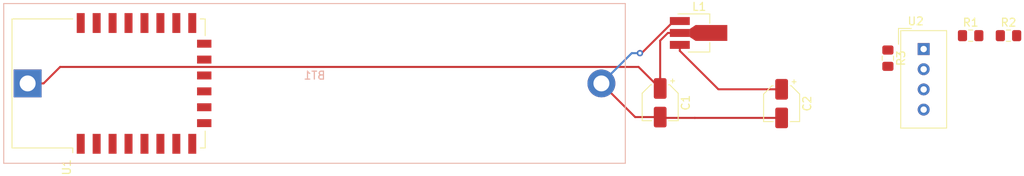
<source format=kicad_pcb>
(kicad_pcb (version 20171130) (host pcbnew 5.1.2-f72e74a~84~ubuntu18.10.1)

  (general
    (thickness 1.6)
    (drawings 0)
    (tracks 22)
    (zones 0)
    (modules 9)
    (nets 25)
  )

  (page A4)
  (layers
    (0 F.Cu signal)
    (31 B.Cu signal)
    (32 B.Adhes user)
    (33 F.Adhes user)
    (34 B.Paste user)
    (35 F.Paste user)
    (36 B.SilkS user)
    (37 F.SilkS user)
    (38 B.Mask user)
    (39 F.Mask user)
    (40 Dwgs.User user)
    (41 Cmts.User user)
    (42 Eco1.User user)
    (43 Eco2.User user)
    (44 Edge.Cuts user)
    (45 Margin user)
    (46 B.CrtYd user)
    (47 F.CrtYd user)
    (48 B.Fab user)
    (49 F.Fab user)
  )

  (setup
    (last_trace_width 0.25)
    (trace_clearance 0.2)
    (zone_clearance 0.508)
    (zone_45_only no)
    (trace_min 0.2)
    (via_size 0.8)
    (via_drill 0.4)
    (via_min_size 0.4)
    (via_min_drill 0.3)
    (uvia_size 0.3)
    (uvia_drill 0.1)
    (uvias_allowed no)
    (uvia_min_size 0.2)
    (uvia_min_drill 0.1)
    (edge_width 0.05)
    (segment_width 0.2)
    (pcb_text_width 0.3)
    (pcb_text_size 1.5 1.5)
    (mod_edge_width 0.12)
    (mod_text_size 1 1)
    (mod_text_width 0.15)
    (pad_size 1.524 1.524)
    (pad_drill 0.762)
    (pad_to_mask_clearance 0.051)
    (solder_mask_min_width 0.25)
    (aux_axis_origin 0 0)
    (visible_elements FFFFFF7F)
    (pcbplotparams
      (layerselection 0x010fc_ffffffff)
      (usegerberextensions false)
      (usegerberattributes false)
      (usegerberadvancedattributes false)
      (creategerberjobfile false)
      (excludeedgelayer true)
      (linewidth 0.100000)
      (plotframeref false)
      (viasonmask false)
      (mode 1)
      (useauxorigin false)
      (hpglpennumber 1)
      (hpglpenspeed 20)
      (hpglpendiameter 15.000000)
      (psnegative false)
      (psa4output false)
      (plotreference true)
      (plotvalue true)
      (plotinvisibletext false)
      (padsonsilk false)
      (subtractmaskfromsilk false)
      (outputformat 1)
      (mirror false)
      (drillshape 1)
      (scaleselection 1)
      (outputdirectory ""))
  )

  (net 0 "")
  (net 1 GND)
  (net 2 +BATT)
  (net 3 VCC)
  (net 4 ADC)
  (net 5 DHT_Data)
  (net 6 "Net-(U1-Pad3)")
  (net 7 "Net-(U1-Pad1)")
  (net 8 "Net-(U1-Pad4)")
  (net 9 "Net-(U1-Pad5)")
  (net 10 "Net-(U1-Pad6)")
  (net 11 "Net-(U1-Pad7)")
  (net 12 "Net-(U1-Pad9)")
  (net 13 "Net-(U1-Pad10)")
  (net 14 "Net-(U1-Pad11)")
  (net 15 "Net-(U1-Pad12)")
  (net 16 "Net-(U1-Pad13)")
  (net 17 "Net-(U1-Pad14)")
  (net 18 "Net-(U1-Pad16)")
  (net 19 "Net-(U1-Pad17)")
  (net 20 "Net-(U1-Pad18)")
  (net 21 "Net-(U1-Pad19)")
  (net 22 "Net-(U1-Pad21)")
  (net 23 "Net-(U1-Pad22)")
  (net 24 "Net-(U2-Pad3)")

  (net_class Default "This is the default net class."
    (clearance 0.2)
    (trace_width 0.25)
    (via_dia 0.8)
    (via_drill 0.4)
    (uvia_dia 0.3)
    (uvia_drill 0.1)
    (add_net +BATT)
    (add_net ADC)
    (add_net DHT_Data)
    (add_net GND)
    (add_net "Net-(U1-Pad1)")
    (add_net "Net-(U1-Pad10)")
    (add_net "Net-(U1-Pad11)")
    (add_net "Net-(U1-Pad12)")
    (add_net "Net-(U1-Pad13)")
    (add_net "Net-(U1-Pad14)")
    (add_net "Net-(U1-Pad16)")
    (add_net "Net-(U1-Pad17)")
    (add_net "Net-(U1-Pad18)")
    (add_net "Net-(U1-Pad19)")
    (add_net "Net-(U1-Pad21)")
    (add_net "Net-(U1-Pad22)")
    (add_net "Net-(U1-Pad3)")
    (add_net "Net-(U1-Pad4)")
    (add_net "Net-(U1-Pad5)")
    (add_net "Net-(U1-Pad6)")
    (add_net "Net-(U1-Pad7)")
    (add_net "Net-(U1-Pad9)")
    (add_net "Net-(U2-Pad3)")
    (add_net VCC)
  )

  (module Package_TO_SOT_SMD:SOT-89-3_Handsoldering (layer F.Cu) (tedit 5A02FF57) (tstamp 5D2060C3)
    (at 161.29 90.17)
    (descr "SOT-89-3 Handsoldering")
    (tags "SOT-89-3 Handsoldering")
    (path /5D1FAF3E)
    (attr smd)
    (fp_text reference L1 (at 0.45 -3.3) (layer F.SilkS)
      (effects (font (size 1 1) (thickness 0.15)))
    )
    (fp_text value HT7333-A (at 0.5 3.15) (layer F.Fab)
      (effects (font (size 1 1) (thickness 0.15)))
    )
    (fp_text user %R (at 0.38 0 90) (layer F.Fab)
      (effects (font (size 0.6 0.6) (thickness 0.09)))
    )
    (fp_line (start -3.5 2.55) (end 4.25 2.55) (layer F.CrtYd) (width 0.05))
    (fp_line (start 4.25 2.55) (end 4.25 -2.55) (layer F.CrtYd) (width 0.05))
    (fp_line (start 4.25 -2.55) (end -3.5 -2.55) (layer F.CrtYd) (width 0.05))
    (fp_line (start -3.5 -2.55) (end -3.5 2.55) (layer F.CrtYd) (width 0.05))
    (fp_line (start 1.78 1.2) (end 1.78 2.4) (layer F.SilkS) (width 0.12))
    (fp_line (start 1.78 2.4) (end -0.92 2.4) (layer F.SilkS) (width 0.12))
    (fp_line (start -2.22 -2.4) (end 1.78 -2.4) (layer F.SilkS) (width 0.12))
    (fp_line (start 1.78 -2.4) (end 1.78 -1.2) (layer F.SilkS) (width 0.12))
    (fp_line (start -0.92 -1.51) (end -0.13 -2.3) (layer F.Fab) (width 0.1))
    (fp_line (start 1.68 -2.3) (end 1.68 2.3) (layer F.Fab) (width 0.1))
    (fp_line (start 1.68 2.3) (end -0.92 2.3) (layer F.Fab) (width 0.1))
    (fp_line (start -0.92 2.3) (end -0.92 -1.51) (layer F.Fab) (width 0.1))
    (fp_line (start -0.13 -2.3) (end 1.68 -2.3) (layer F.Fab) (width 0.1))
    (pad 1 smd rect (at -1.98 -1.5 270) (size 1 2.5) (layers F.Cu F.Paste F.Mask)
      (net 1 GND))
    (pad 2 smd rect (at -1.98 0 270) (size 1 2.5) (layers F.Cu F.Paste F.Mask)
      (net 2 +BATT))
    (pad 3 smd rect (at -1.98 1.5 270) (size 1 2.5) (layers F.Cu F.Paste F.Mask)
      (net 3 VCC))
    (pad 2 smd rect (at 1.98 0 270) (size 2 4) (layers F.Cu F.Paste F.Mask)
      (net 2 +BATT))
    (pad 2 smd trapezoid (at -0.37 0 90) (size 1.5 0.75) (rect_delta 0 0.5 ) (layers F.Cu F.Paste F.Mask)
      (net 2 +BATT))
    (model ${KISYS3DMOD}/Package_TO_SOT_SMD.3dshapes/SOT-89-3.wrl
      (at (xyz 0 0 0))
      (scale (xyz 1 1 1))
      (rotate (xyz 0 0 0))
    )
  )

  (module Battery:BatteryHolder_MPD_BH-18650-PC2 (layer B.Cu) (tedit 5C1007C1) (tstamp 5D1FFA0B)
    (at 77.47 96.52)
    (descr "18650 Battery Holder (http://www.memoryprotectiondevices.com/datasheets/BK-18650-PC2-datasheet.pdf)")
    (tags "18650 Battery Holder")
    (path /5D1FA78C)
    (fp_text reference BT1 (at 36 -1) (layer B.SilkS)
      (effects (font (size 1 1) (thickness 0.15)) (justify mirror))
    )
    (fp_text value Battery_Cell (at 36 0.8) (layer B.Fab)
      (effects (font (size 1 1) (thickness 0.15)) (justify mirror))
    )
    (fp_line (start -3 -10.05) (end -3 10.05) (layer B.SilkS) (width 0.12))
    (fp_line (start 75 -10.05) (end -3 -10.05) (layer B.SilkS) (width 0.12))
    (fp_line (start 75 10.05) (end 75 -10.05) (layer B.SilkS) (width 0.12))
    (fp_line (start -3 10.05) (end 75 10.05) (layer B.SilkS) (width 0.12))
    (fp_line (start -2.8 -9.85) (end -2.8 9.85) (layer B.Fab) (width 0.1))
    (fp_line (start 74.8 -9.85) (end -2.8 -9.85) (layer B.Fab) (width 0.1))
    (fp_line (start 74.8 9.85) (end 74.8 -9.85) (layer B.Fab) (width 0.1))
    (fp_line (start -2.8 9.85) (end 74.8 9.85) (layer B.Fab) (width 0.1))
    (fp_line (start -3.2 -10.25) (end -3.2 10.25) (layer B.CrtYd) (width 0.05))
    (fp_line (start 75.2 -10.25) (end -3.2 -10.25) (layer B.CrtYd) (width 0.05))
    (fp_line (start 75.2 10.25) (end 75.2 -10.25) (layer B.CrtYd) (width 0.05))
    (fp_line (start -3.2 10.25) (end 75.2 10.25) (layer B.CrtYd) (width 0.05))
    (fp_text user %R (at 36 2.4) (layer B.Fab)
      (effects (font (size 1 1) (thickness 0.15)) (justify mirror))
    )
    (pad 2 thru_hole circle (at 72 0) (size 3.5 3.5) (drill 2) (layers *.Cu *.Mask)
      (net 1 GND))
    (pad 1 thru_hole rect (at 0 0) (size 3.5 3.5) (drill 2) (layers *.Cu *.Mask)
      (net 2 +BATT))
    (pad "" np_thru_hole circle (at 8.645 0) (size 3.2 3.2) (drill 3.2) (layers *.Cu *.Mask))
    (pad "" np_thru_hole circle (at 64.255 0) (size 3.2 3.2) (drill 3.2) (layers *.Cu *.Mask))
    (model ${KISYS3DMOD}/Battery.3dshapes/BatteryHolder_MPD_BH-18650-PC2.wrl
      (at (xyz 0 0 0))
      (scale (xyz 1 1 1))
      (rotate (xyz 0 0 0))
    )
  )

  (module Capacitor_SMD:CP_Elec_4x5.8 (layer F.Cu) (tedit 5BCA39CF) (tstamp 5D20064D)
    (at 156.845 98.955 270)
    (descr "SMD capacitor, aluminum electrolytic, Panasonic, 4.0x5.8mm")
    (tags "capacitor electrolytic")
    (path /5D1FC41A)
    (attr smd)
    (fp_text reference C1 (at 0 -3.2 90) (layer F.SilkS)
      (effects (font (size 1 1) (thickness 0.15)))
    )
    (fp_text value 10uF (at 0 3.2 90) (layer F.Fab)
      (effects (font (size 1 1) (thickness 0.15)))
    )
    (fp_circle (center 0 0) (end 2 0) (layer F.Fab) (width 0.1))
    (fp_line (start 2.15 -2.15) (end 2.15 2.15) (layer F.Fab) (width 0.1))
    (fp_line (start -1.15 -2.15) (end 2.15 -2.15) (layer F.Fab) (width 0.1))
    (fp_line (start -1.15 2.15) (end 2.15 2.15) (layer F.Fab) (width 0.1))
    (fp_line (start -2.15 -1.15) (end -2.15 1.15) (layer F.Fab) (width 0.1))
    (fp_line (start -2.15 -1.15) (end -1.15 -2.15) (layer F.Fab) (width 0.1))
    (fp_line (start -2.15 1.15) (end -1.15 2.15) (layer F.Fab) (width 0.1))
    (fp_line (start -1.574773 -1) (end -1.174773 -1) (layer F.Fab) (width 0.1))
    (fp_line (start -1.374773 -1.2) (end -1.374773 -0.8) (layer F.Fab) (width 0.1))
    (fp_line (start 2.26 2.26) (end 2.26 1.06) (layer F.SilkS) (width 0.12))
    (fp_line (start 2.26 -2.26) (end 2.26 -1.06) (layer F.SilkS) (width 0.12))
    (fp_line (start -1.195563 -2.26) (end 2.26 -2.26) (layer F.SilkS) (width 0.12))
    (fp_line (start -1.195563 2.26) (end 2.26 2.26) (layer F.SilkS) (width 0.12))
    (fp_line (start -2.26 1.195563) (end -2.26 1.06) (layer F.SilkS) (width 0.12))
    (fp_line (start -2.26 -1.195563) (end -2.26 -1.06) (layer F.SilkS) (width 0.12))
    (fp_line (start -2.26 -1.195563) (end -1.195563 -2.26) (layer F.SilkS) (width 0.12))
    (fp_line (start -2.26 1.195563) (end -1.195563 2.26) (layer F.SilkS) (width 0.12))
    (fp_line (start -3 -1.56) (end -2.5 -1.56) (layer F.SilkS) (width 0.12))
    (fp_line (start -2.75 -1.81) (end -2.75 -1.31) (layer F.SilkS) (width 0.12))
    (fp_line (start 2.4 -2.4) (end 2.4 -1.05) (layer F.CrtYd) (width 0.05))
    (fp_line (start 2.4 -1.05) (end 3.35 -1.05) (layer F.CrtYd) (width 0.05))
    (fp_line (start 3.35 -1.05) (end 3.35 1.05) (layer F.CrtYd) (width 0.05))
    (fp_line (start 3.35 1.05) (end 2.4 1.05) (layer F.CrtYd) (width 0.05))
    (fp_line (start 2.4 1.05) (end 2.4 2.4) (layer F.CrtYd) (width 0.05))
    (fp_line (start -1.25 2.4) (end 2.4 2.4) (layer F.CrtYd) (width 0.05))
    (fp_line (start -1.25 -2.4) (end 2.4 -2.4) (layer F.CrtYd) (width 0.05))
    (fp_line (start -2.4 1.25) (end -1.25 2.4) (layer F.CrtYd) (width 0.05))
    (fp_line (start -2.4 -1.25) (end -1.25 -2.4) (layer F.CrtYd) (width 0.05))
    (fp_line (start -2.4 -1.25) (end -2.4 -1.05) (layer F.CrtYd) (width 0.05))
    (fp_line (start -2.4 1.05) (end -2.4 1.25) (layer F.CrtYd) (width 0.05))
    (fp_line (start -2.4 -1.05) (end -3.35 -1.05) (layer F.CrtYd) (width 0.05))
    (fp_line (start -3.35 -1.05) (end -3.35 1.05) (layer F.CrtYd) (width 0.05))
    (fp_line (start -3.35 1.05) (end -2.4 1.05) (layer F.CrtYd) (width 0.05))
    (fp_text user %R (at 0 0 90) (layer F.Fab)
      (effects (font (size 0.8 0.8) (thickness 0.12)))
    )
    (pad 1 smd roundrect (at -1.8 0 270) (size 2.6 1.6) (layers F.Cu F.Paste F.Mask) (roundrect_rratio 0.15625)
      (net 2 +BATT))
    (pad 2 smd roundrect (at 1.8 0 270) (size 2.6 1.6) (layers F.Cu F.Paste F.Mask) (roundrect_rratio 0.15625)
      (net 1 GND))
    (model ${KISYS3DMOD}/Capacitor_SMD.3dshapes/CP_Elec_4x5.8.wrl
      (at (xyz 0 0 0))
      (scale (xyz 1 1 1))
      (rotate (xyz 0 0 0))
    )
  )

  (module Capacitor_SMD:CP_Elec_4x5.8 (layer F.Cu) (tedit 5BCA39CF) (tstamp 5D2001BF)
    (at 172.085 99.06 270)
    (descr "SMD capacitor, aluminum electrolytic, Panasonic, 4.0x5.8mm")
    (tags "capacitor electrolytic")
    (path /5D1FFE98)
    (attr smd)
    (fp_text reference C2 (at 0 -3.2 90) (layer F.SilkS)
      (effects (font (size 1 1) (thickness 0.15)))
    )
    (fp_text value 10uF (at 0 3.2 90) (layer F.Fab)
      (effects (font (size 1 1) (thickness 0.15)))
    )
    (fp_text user %R (at 0 0 90) (layer F.Fab)
      (effects (font (size 0.8 0.8) (thickness 0.12)))
    )
    (fp_line (start -3.35 1.05) (end -2.4 1.05) (layer F.CrtYd) (width 0.05))
    (fp_line (start -3.35 -1.05) (end -3.35 1.05) (layer F.CrtYd) (width 0.05))
    (fp_line (start -2.4 -1.05) (end -3.35 -1.05) (layer F.CrtYd) (width 0.05))
    (fp_line (start -2.4 1.05) (end -2.4 1.25) (layer F.CrtYd) (width 0.05))
    (fp_line (start -2.4 -1.25) (end -2.4 -1.05) (layer F.CrtYd) (width 0.05))
    (fp_line (start -2.4 -1.25) (end -1.25 -2.4) (layer F.CrtYd) (width 0.05))
    (fp_line (start -2.4 1.25) (end -1.25 2.4) (layer F.CrtYd) (width 0.05))
    (fp_line (start -1.25 -2.4) (end 2.4 -2.4) (layer F.CrtYd) (width 0.05))
    (fp_line (start -1.25 2.4) (end 2.4 2.4) (layer F.CrtYd) (width 0.05))
    (fp_line (start 2.4 1.05) (end 2.4 2.4) (layer F.CrtYd) (width 0.05))
    (fp_line (start 3.35 1.05) (end 2.4 1.05) (layer F.CrtYd) (width 0.05))
    (fp_line (start 3.35 -1.05) (end 3.35 1.05) (layer F.CrtYd) (width 0.05))
    (fp_line (start 2.4 -1.05) (end 3.35 -1.05) (layer F.CrtYd) (width 0.05))
    (fp_line (start 2.4 -2.4) (end 2.4 -1.05) (layer F.CrtYd) (width 0.05))
    (fp_line (start -2.75 -1.81) (end -2.75 -1.31) (layer F.SilkS) (width 0.12))
    (fp_line (start -3 -1.56) (end -2.5 -1.56) (layer F.SilkS) (width 0.12))
    (fp_line (start -2.26 1.195563) (end -1.195563 2.26) (layer F.SilkS) (width 0.12))
    (fp_line (start -2.26 -1.195563) (end -1.195563 -2.26) (layer F.SilkS) (width 0.12))
    (fp_line (start -2.26 -1.195563) (end -2.26 -1.06) (layer F.SilkS) (width 0.12))
    (fp_line (start -2.26 1.195563) (end -2.26 1.06) (layer F.SilkS) (width 0.12))
    (fp_line (start -1.195563 2.26) (end 2.26 2.26) (layer F.SilkS) (width 0.12))
    (fp_line (start -1.195563 -2.26) (end 2.26 -2.26) (layer F.SilkS) (width 0.12))
    (fp_line (start 2.26 -2.26) (end 2.26 -1.06) (layer F.SilkS) (width 0.12))
    (fp_line (start 2.26 2.26) (end 2.26 1.06) (layer F.SilkS) (width 0.12))
    (fp_line (start -1.374773 -1.2) (end -1.374773 -0.8) (layer F.Fab) (width 0.1))
    (fp_line (start -1.574773 -1) (end -1.174773 -1) (layer F.Fab) (width 0.1))
    (fp_line (start -2.15 1.15) (end -1.15 2.15) (layer F.Fab) (width 0.1))
    (fp_line (start -2.15 -1.15) (end -1.15 -2.15) (layer F.Fab) (width 0.1))
    (fp_line (start -2.15 -1.15) (end -2.15 1.15) (layer F.Fab) (width 0.1))
    (fp_line (start -1.15 2.15) (end 2.15 2.15) (layer F.Fab) (width 0.1))
    (fp_line (start -1.15 -2.15) (end 2.15 -2.15) (layer F.Fab) (width 0.1))
    (fp_line (start 2.15 -2.15) (end 2.15 2.15) (layer F.Fab) (width 0.1))
    (fp_circle (center 0 0) (end 2 0) (layer F.Fab) (width 0.1))
    (pad 2 smd roundrect (at 1.8 0 270) (size 2.6 1.6) (layers F.Cu F.Paste F.Mask) (roundrect_rratio 0.15625)
      (net 1 GND))
    (pad 1 smd roundrect (at -1.8 0 270) (size 2.6 1.6) (layers F.Cu F.Paste F.Mask) (roundrect_rratio 0.15625)
      (net 3 VCC))
    (model ${KISYS3DMOD}/Capacitor_SMD.3dshapes/CP_Elec_4x5.8.wrl
      (at (xyz 0 0 0))
      (scale (xyz 1 1 1))
      (rotate (xyz 0 0 0))
    )
  )

  (module Resistor_SMD:R_0805_2012Metric_Pad1.15x1.40mm_HandSolder (layer F.Cu) (tedit 5B36C52B) (tstamp 5D205C1E)
    (at 195.805001 90.510001)
    (descr "Resistor SMD 0805 (2012 Metric), square (rectangular) end terminal, IPC_7351 nominal with elongated pad for handsoldering. (Body size source: https://docs.google.com/spreadsheets/d/1BsfQQcO9C6DZCsRaXUlFlo91Tg2WpOkGARC1WS5S8t0/edit?usp=sharing), generated with kicad-footprint-generator")
    (tags "resistor handsolder")
    (path /5D205CD0)
    (attr smd)
    (fp_text reference R1 (at 0 -1.65) (layer F.SilkS)
      (effects (font (size 1 1) (thickness 0.15)))
    )
    (fp_text value 330k (at 0 1.65) (layer F.Fab)
      (effects (font (size 1 1) (thickness 0.15)))
    )
    (fp_line (start -1 0.6) (end -1 -0.6) (layer F.Fab) (width 0.1))
    (fp_line (start -1 -0.6) (end 1 -0.6) (layer F.Fab) (width 0.1))
    (fp_line (start 1 -0.6) (end 1 0.6) (layer F.Fab) (width 0.1))
    (fp_line (start 1 0.6) (end -1 0.6) (layer F.Fab) (width 0.1))
    (fp_line (start -0.261252 -0.71) (end 0.261252 -0.71) (layer F.SilkS) (width 0.12))
    (fp_line (start -0.261252 0.71) (end 0.261252 0.71) (layer F.SilkS) (width 0.12))
    (fp_line (start -1.85 0.95) (end -1.85 -0.95) (layer F.CrtYd) (width 0.05))
    (fp_line (start -1.85 -0.95) (end 1.85 -0.95) (layer F.CrtYd) (width 0.05))
    (fp_line (start 1.85 -0.95) (end 1.85 0.95) (layer F.CrtYd) (width 0.05))
    (fp_line (start 1.85 0.95) (end -1.85 0.95) (layer F.CrtYd) (width 0.05))
    (fp_text user %R (at 0 0) (layer F.Fab)
      (effects (font (size 0.5 0.5) (thickness 0.08)))
    )
    (pad 1 smd roundrect (at -1.025 0) (size 1.15 1.4) (layers F.Cu F.Paste F.Mask) (roundrect_rratio 0.217391)
      (net 2 +BATT))
    (pad 2 smd roundrect (at 1.025 0) (size 1.15 1.4) (layers F.Cu F.Paste F.Mask) (roundrect_rratio 0.217391)
      (net 4 ADC))
    (model ${KISYS3DMOD}/Resistor_SMD.3dshapes/R_0805_2012Metric.wrl
      (at (xyz 0 0 0))
      (scale (xyz 1 1 1))
      (rotate (xyz 0 0 0))
    )
  )

  (module Resistor_SMD:R_0805_2012Metric_Pad1.15x1.40mm_HandSolder (layer F.Cu) (tedit 5B36C52B) (tstamp 5D205C2F)
    (at 200.555001 90.510001)
    (descr "Resistor SMD 0805 (2012 Metric), square (rectangular) end terminal, IPC_7351 nominal with elongated pad for handsoldering. (Body size source: https://docs.google.com/spreadsheets/d/1BsfQQcO9C6DZCsRaXUlFlo91Tg2WpOkGARC1WS5S8t0/edit?usp=sharing), generated with kicad-footprint-generator")
    (tags "resistor handsolder")
    (path /5D206F7C)
    (attr smd)
    (fp_text reference R2 (at 0 -1.65) (layer F.SilkS)
      (effects (font (size 1 1) (thickness 0.15)))
    )
    (fp_text value 100k (at 0 1.65) (layer F.Fab)
      (effects (font (size 1 1) (thickness 0.15)))
    )
    (fp_text user %R (at 0 0) (layer F.Fab)
      (effects (font (size 0.5 0.5) (thickness 0.08)))
    )
    (fp_line (start 1.85 0.95) (end -1.85 0.95) (layer F.CrtYd) (width 0.05))
    (fp_line (start 1.85 -0.95) (end 1.85 0.95) (layer F.CrtYd) (width 0.05))
    (fp_line (start -1.85 -0.95) (end 1.85 -0.95) (layer F.CrtYd) (width 0.05))
    (fp_line (start -1.85 0.95) (end -1.85 -0.95) (layer F.CrtYd) (width 0.05))
    (fp_line (start -0.261252 0.71) (end 0.261252 0.71) (layer F.SilkS) (width 0.12))
    (fp_line (start -0.261252 -0.71) (end 0.261252 -0.71) (layer F.SilkS) (width 0.12))
    (fp_line (start 1 0.6) (end -1 0.6) (layer F.Fab) (width 0.1))
    (fp_line (start 1 -0.6) (end 1 0.6) (layer F.Fab) (width 0.1))
    (fp_line (start -1 -0.6) (end 1 -0.6) (layer F.Fab) (width 0.1))
    (fp_line (start -1 0.6) (end -1 -0.6) (layer F.Fab) (width 0.1))
    (pad 2 smd roundrect (at 1.025 0) (size 1.15 1.4) (layers F.Cu F.Paste F.Mask) (roundrect_rratio 0.217391)
      (net 1 GND))
    (pad 1 smd roundrect (at -1.025 0) (size 1.15 1.4) (layers F.Cu F.Paste F.Mask) (roundrect_rratio 0.217391)
      (net 4 ADC))
    (model ${KISYS3DMOD}/Resistor_SMD.3dshapes/R_0805_2012Metric.wrl
      (at (xyz 0 0 0))
      (scale (xyz 1 1 1))
      (rotate (xyz 0 0 0))
    )
  )

  (module Sensor:Aosong_DHT11_5.5x12.0_P2.54mm (layer F.Cu) (tedit 5C4B60CF) (tstamp 5D205C47)
    (at 189.910001 92.195001)
    (descr "Temperature and humidity module, http://akizukidenshi.com/download/ds/aosong/DHT11.pdf")
    (tags "Temperature and humidity module")
    (path /5D20988C)
    (fp_text reference U2 (at -1 -3.5) (layer F.SilkS)
      (effects (font (size 1 1) (thickness 0.15)))
    )
    (fp_text value DHT22 (at 0 11.3) (layer F.Fab)
      (effects (font (size 1 1) (thickness 0.15)))
    )
    (fp_line (start -1.75 -2.19) (end 2.75 -2.19) (layer F.Fab) (width 0.1))
    (fp_line (start 2.75 -2.19) (end 2.75 9.81) (layer F.Fab) (width 0.1))
    (fp_line (start 2.75 9.81) (end -2.75 9.81) (layer F.Fab) (width 0.1))
    (fp_line (start -2.75 -1.19) (end -2.75 9.81) (layer F.Fab) (width 0.1))
    (fp_line (start -2.87 -2.32) (end 2.87 -2.32) (layer F.SilkS) (width 0.12))
    (fp_line (start 2.88 -2.32) (end 2.88 9.94) (layer F.SilkS) (width 0.12))
    (fp_line (start 2.88 9.94) (end -2.88 9.94) (layer F.SilkS) (width 0.12))
    (fp_line (start -2.88 9.94) (end -2.88 -2.31) (layer F.SilkS) (width 0.12))
    (fp_text user %R (at 0 3.81) (layer F.Fab)
      (effects (font (size 1 1) (thickness 0.15)))
    )
    (fp_line (start -3 -2.44) (end 3 -2.44) (layer F.CrtYd) (width 0.05))
    (fp_line (start 3 -2.44) (end 3 10.06) (layer F.CrtYd) (width 0.05))
    (fp_line (start 3 10.06) (end -3 10.06) (layer F.CrtYd) (width 0.05))
    (fp_line (start -3 10.06) (end -3 -2.44) (layer F.CrtYd) (width 0.05))
    (fp_line (start -2.75 -1.19) (end -1.75 -2.19) (layer F.Fab) (width 0.1))
    (fp_line (start -3.16 -2.6) (end -3.16 -0.6) (layer F.SilkS) (width 0.12))
    (fp_line (start -3.16 -2.6) (end -1.55 -2.6) (layer F.SilkS) (width 0.12))
    (pad 1 thru_hole rect (at 0 0) (size 1.5 1.5) (drill 0.8) (layers *.Cu *.Mask)
      (net 3 VCC))
    (pad 2 thru_hole circle (at 0 2.54) (size 1.5 1.5) (drill 0.8) (layers *.Cu *.Mask)
      (net 5 DHT_Data))
    (pad 3 thru_hole circle (at 0 5.08) (size 1.5 1.5) (drill 0.8) (layers *.Cu *.Mask)
      (net 24 "Net-(U2-Pad3)"))
    (pad 4 thru_hole circle (at 0 7.62) (size 1.5 1.5) (drill 0.8) (layers *.Cu *.Mask)
      (net 1 GND))
    (model ${KISYS3DMOD}/Sensor.3dshapes/Aosong_DHT11_5.5x12.0_P2.54mm.wrl
      (at (xyz 0 0 0))
      (scale (xyz 1 1 1))
      (rotate (xyz 0 0 0))
    )
  )

  (module RF_Module:ESP-12E (layer F.Cu) (tedit 5A030172) (tstamp 5D205DAC)
    (at 87.63 96.52 90)
    (descr "Wi-Fi Module, http://wiki.ai-thinker.com/_media/esp8266/docs/aithinker_esp_12f_datasheet_en.pdf")
    (tags "Wi-Fi Module")
    (path /5D210A4B)
    (attr smd)
    (fp_text reference U1 (at -10.56 -5.26 90) (layer F.SilkS)
      (effects (font (size 1 1) (thickness 0.15)))
    )
    (fp_text value ESP-12E (at -0.06 -12.78 90) (layer F.Fab)
      (effects (font (size 1 1) (thickness 0.15)))
    )
    (fp_text user Antenna (at -0.06 -7 270) (layer Cmts.User)
      (effects (font (size 1 1) (thickness 0.15)))
    )
    (fp_text user "KEEP-OUT ZONE" (at 0.03 -9.55 270) (layer Cmts.User)
      (effects (font (size 1 1) (thickness 0.15)))
    )
    (fp_text user %R (at 0.49 -0.8 90) (layer F.Fab)
      (effects (font (size 1 1) (thickness 0.15)))
    )
    (fp_line (start -8 -12) (end 8 -12) (layer F.Fab) (width 0.12))
    (fp_line (start 8 -12) (end 8 12) (layer F.Fab) (width 0.12))
    (fp_line (start 8 12) (end -8 12) (layer F.Fab) (width 0.12))
    (fp_line (start -8 12) (end -8 -3) (layer F.Fab) (width 0.12))
    (fp_line (start -8 -3) (end -7.5 -3.5) (layer F.Fab) (width 0.12))
    (fp_line (start -7.5 -3.5) (end -8 -4) (layer F.Fab) (width 0.12))
    (fp_line (start -8 -4) (end -8 -12) (layer F.Fab) (width 0.12))
    (fp_line (start -9.05 -12.2) (end 9.05 -12.2) (layer F.CrtYd) (width 0.05))
    (fp_line (start 9.05 -12.2) (end 9.05 13.1) (layer F.CrtYd) (width 0.05))
    (fp_line (start 9.05 13.1) (end -9.05 13.1) (layer F.CrtYd) (width 0.05))
    (fp_line (start -9.05 13.1) (end -9.05 -12.2) (layer F.CrtYd) (width 0.05))
    (fp_line (start -8.12 -12.12) (end 8.12 -12.12) (layer F.SilkS) (width 0.12))
    (fp_line (start 8.12 -12.12) (end 8.12 -4.5) (layer F.SilkS) (width 0.12))
    (fp_line (start 8.12 11.5) (end 8.12 12.12) (layer F.SilkS) (width 0.12))
    (fp_line (start 8.12 12.12) (end 6 12.12) (layer F.SilkS) (width 0.12))
    (fp_line (start -6 12.12) (end -8.12 12.12) (layer F.SilkS) (width 0.12))
    (fp_line (start -8.12 12.12) (end -8.12 11.5) (layer F.SilkS) (width 0.12))
    (fp_line (start -8.12 -4.5) (end -8.12 -12.12) (layer F.SilkS) (width 0.12))
    (fp_line (start -8.12 -4.5) (end -8.73 -4.5) (layer F.SilkS) (width 0.12))
    (fp_line (start -8.12 -12.12) (end 8.12 -12.12) (layer Dwgs.User) (width 0.12))
    (fp_line (start 8.12 -12.12) (end 8.12 -4.8) (layer Dwgs.User) (width 0.12))
    (fp_line (start 8.12 -4.8) (end -8.12 -4.8) (layer Dwgs.User) (width 0.12))
    (fp_line (start -8.12 -4.8) (end -8.12 -12.12) (layer Dwgs.User) (width 0.12))
    (fp_line (start -8.12 -9.12) (end -5.12 -12.12) (layer Dwgs.User) (width 0.12))
    (fp_line (start -8.12 -6.12) (end -2.12 -12.12) (layer Dwgs.User) (width 0.12))
    (fp_line (start -6.44 -4.8) (end 0.88 -12.12) (layer Dwgs.User) (width 0.12))
    (fp_line (start -3.44 -4.8) (end 3.88 -12.12) (layer Dwgs.User) (width 0.12))
    (fp_line (start -0.44 -4.8) (end 6.88 -12.12) (layer Dwgs.User) (width 0.12))
    (fp_line (start 2.56 -4.8) (end 8.12 -10.36) (layer Dwgs.User) (width 0.12))
    (fp_line (start 5.56 -4.8) (end 8.12 -7.36) (layer Dwgs.User) (width 0.12))
    (pad 1 smd rect (at -7.6 -3.5 90) (size 2.5 1) (layers F.Cu F.Paste F.Mask)
      (net 7 "Net-(U1-Pad1)"))
    (pad 2 smd rect (at -7.6 -1.5 90) (size 2.5 1) (layers F.Cu F.Paste F.Mask)
      (net 4 ADC))
    (pad 3 smd rect (at -7.6 0.5 90) (size 2.5 1) (layers F.Cu F.Paste F.Mask)
      (net 6 "Net-(U1-Pad3)"))
    (pad 4 smd rect (at -7.6 2.5 90) (size 2.5 1) (layers F.Cu F.Paste F.Mask)
      (net 8 "Net-(U1-Pad4)"))
    (pad 5 smd rect (at -7.6 4.5 90) (size 2.5 1) (layers F.Cu F.Paste F.Mask)
      (net 9 "Net-(U1-Pad5)"))
    (pad 6 smd rect (at -7.6 6.5 90) (size 2.5 1) (layers F.Cu F.Paste F.Mask)
      (net 10 "Net-(U1-Pad6)"))
    (pad 7 smd rect (at -7.6 8.5 90) (size 2.5 1) (layers F.Cu F.Paste F.Mask)
      (net 11 "Net-(U1-Pad7)"))
    (pad 8 smd rect (at -7.6 10.5 90) (size 2.5 1) (layers F.Cu F.Paste F.Mask)
      (net 3 VCC))
    (pad 9 smd rect (at -5 12 90) (size 1 1.8) (layers F.Cu F.Paste F.Mask)
      (net 12 "Net-(U1-Pad9)"))
    (pad 10 smd rect (at -3 12 90) (size 1 1.8) (layers F.Cu F.Paste F.Mask)
      (net 13 "Net-(U1-Pad10)"))
    (pad 11 smd rect (at -1 12 90) (size 1 1.8) (layers F.Cu F.Paste F.Mask)
      (net 14 "Net-(U1-Pad11)"))
    (pad 12 smd rect (at 1 12 90) (size 1 1.8) (layers F.Cu F.Paste F.Mask)
      (net 15 "Net-(U1-Pad12)"))
    (pad 13 smd rect (at 3 12 90) (size 1 1.8) (layers F.Cu F.Paste F.Mask)
      (net 16 "Net-(U1-Pad13)"))
    (pad 14 smd rect (at 5 12 90) (size 1 1.8) (layers F.Cu F.Paste F.Mask)
      (net 17 "Net-(U1-Pad14)"))
    (pad 15 smd rect (at 7.6 10.5 90) (size 2.5 1) (layers F.Cu F.Paste F.Mask)
      (net 1 GND))
    (pad 16 smd rect (at 7.6 8.5 90) (size 2.5 1) (layers F.Cu F.Paste F.Mask)
      (net 18 "Net-(U1-Pad16)"))
    (pad 17 smd rect (at 7.6 6.5 90) (size 2.5 1) (layers F.Cu F.Paste F.Mask)
      (net 19 "Net-(U1-Pad17)"))
    (pad 18 smd rect (at 7.6 4.5 90) (size 2.5 1) (layers F.Cu F.Paste F.Mask)
      (net 20 "Net-(U1-Pad18)"))
    (pad 19 smd rect (at 7.6 2.5 90) (size 2.5 1) (layers F.Cu F.Paste F.Mask)
      (net 21 "Net-(U1-Pad19)"))
    (pad 20 smd rect (at 7.6 0.5 90) (size 2.5 1) (layers F.Cu F.Paste F.Mask)
      (net 5 DHT_Data))
    (pad 21 smd rect (at 7.6 -1.5 90) (size 2.5 1) (layers F.Cu F.Paste F.Mask)
      (net 22 "Net-(U1-Pad21)"))
    (pad 22 smd rect (at 7.6 -3.5 90) (size 2.5 1) (layers F.Cu F.Paste F.Mask)
      (net 23 "Net-(U1-Pad22)"))
    (model ${KISYS3DMOD}/RF_Module.3dshapes/ESP-12E.wrl
      (at (xyz 0 0 0))
      (scale (xyz 1 1 1))
      (rotate (xyz 0 0 0))
    )
  )

  (module Resistor_SMD:R_0805_2012Metric_Pad1.15x1.40mm_HandSolder (layer F.Cu) (tedit 5B36C52B) (tstamp 5D20614C)
    (at 185.42 93.345 270)
    (descr "Resistor SMD 0805 (2012 Metric), square (rectangular) end terminal, IPC_7351 nominal with elongated pad for handsoldering. (Body size source: https://docs.google.com/spreadsheets/d/1BsfQQcO9C6DZCsRaXUlFlo91Tg2WpOkGARC1WS5S8t0/edit?usp=sharing), generated with kicad-footprint-generator")
    (tags "resistor handsolder")
    (path /5D21D9BF)
    (attr smd)
    (fp_text reference R3 (at 0 -1.65 90) (layer F.SilkS)
      (effects (font (size 1 1) (thickness 0.15)))
    )
    (fp_text value 4k7 (at 0 1.65 90) (layer F.Fab)
      (effects (font (size 1 1) (thickness 0.15)))
    )
    (fp_line (start -1 0.6) (end -1 -0.6) (layer F.Fab) (width 0.1))
    (fp_line (start -1 -0.6) (end 1 -0.6) (layer F.Fab) (width 0.1))
    (fp_line (start 1 -0.6) (end 1 0.6) (layer F.Fab) (width 0.1))
    (fp_line (start 1 0.6) (end -1 0.6) (layer F.Fab) (width 0.1))
    (fp_line (start -0.261252 -0.71) (end 0.261252 -0.71) (layer F.SilkS) (width 0.12))
    (fp_line (start -0.261252 0.71) (end 0.261252 0.71) (layer F.SilkS) (width 0.12))
    (fp_line (start -1.85 0.95) (end -1.85 -0.95) (layer F.CrtYd) (width 0.05))
    (fp_line (start -1.85 -0.95) (end 1.85 -0.95) (layer F.CrtYd) (width 0.05))
    (fp_line (start 1.85 -0.95) (end 1.85 0.95) (layer F.CrtYd) (width 0.05))
    (fp_line (start 1.85 0.95) (end -1.85 0.95) (layer F.CrtYd) (width 0.05))
    (fp_text user %R (at 0 0 90) (layer F.Fab)
      (effects (font (size 0.5 0.5) (thickness 0.08)))
    )
    (pad 1 smd roundrect (at -1.025 0 270) (size 1.15 1.4) (layers F.Cu F.Paste F.Mask) (roundrect_rratio 0.217391)
      (net 3 VCC))
    (pad 2 smd roundrect (at 1.025 0 270) (size 1.15 1.4) (layers F.Cu F.Paste F.Mask) (roundrect_rratio 0.217391)
      (net 5 DHT_Data))
    (model ${KISYS3DMOD}/Resistor_SMD.3dshapes/R_0805_2012Metric.wrl
      (at (xyz 0 0 0))
      (scale (xyz 1 1 1))
      (rotate (xyz 0 0 0))
    )
  )

  (segment (start 156.95 100.86) (end 156.845 100.755) (width 0.25) (layer F.Cu) (net 1))
  (segment (start 172.085 100.86) (end 161.185 100.86) (width 0.25) (layer F.Cu) (net 1))
  (segment (start 161.185 100.86) (end 156.95 100.86) (width 0.25) (layer F.Cu) (net 1))
  (segment (start 153.705 100.755) (end 149.47 96.52) (width 0.25) (layer F.Cu) (net 1))
  (segment (start 156.845 100.755) (end 153.705 100.755) (width 0.25) (layer F.Cu) (net 1))
  (segment (start 154.52 92.71) (end 154.305 92.71) (width 0.25) (layer F.Cu) (net 1))
  (via (at 154.305 92.71) (size 0.8) (drill 0.4) (layers F.Cu B.Cu) (net 1))
  (segment (start 159.31 88.67) (end 158.56 88.67) (width 0.25) (layer F.Cu) (net 1))
  (segment (start 158.56 88.67) (end 154.52 92.71) (width 0.25) (layer F.Cu) (net 1))
  (segment (start 153.28 92.71) (end 149.47 96.52) (width 0.25) (layer B.Cu) (net 1))
  (segment (start 154.305 92.71) (end 153.28 92.71) (width 0.25) (layer B.Cu) (net 1))
  (segment (start 79.47 96.52) (end 77.47 96.52) (width 0.25) (layer F.Cu) (net 2))
  (segment (start 81.545001 94.444999) (end 79.47 96.52) (width 0.25) (layer F.Cu) (net 2))
  (segment (start 154.134999 94.444999) (end 81.545001 94.444999) (width 0.25) (layer F.Cu) (net 2))
  (segment (start 156.845 97.155) (end 154.134999 94.444999) (width 0.25) (layer F.Cu) (net 2))
  (segment (start 156.845 95.755) (end 156.845 97.155) (width 0.25) (layer F.Cu) (net 2))
  (segment (start 156.845 91.135) (end 156.845 95.755) (width 0.25) (layer F.Cu) (net 2))
  (segment (start 157.81 90.17) (end 156.845 91.135) (width 0.25) (layer F.Cu) (net 2))
  (segment (start 159.31 90.17) (end 157.81 90.17) (width 0.25) (layer F.Cu) (net 2))
  (segment (start 159.31 92.42) (end 159.31 91.67) (width 0.25) (layer F.Cu) (net 3))
  (segment (start 164.15 97.26) (end 159.31 92.42) (width 0.25) (layer F.Cu) (net 3))
  (segment (start 172.085 97.26) (end 164.15 97.26) (width 0.25) (layer F.Cu) (net 3))

)

</source>
